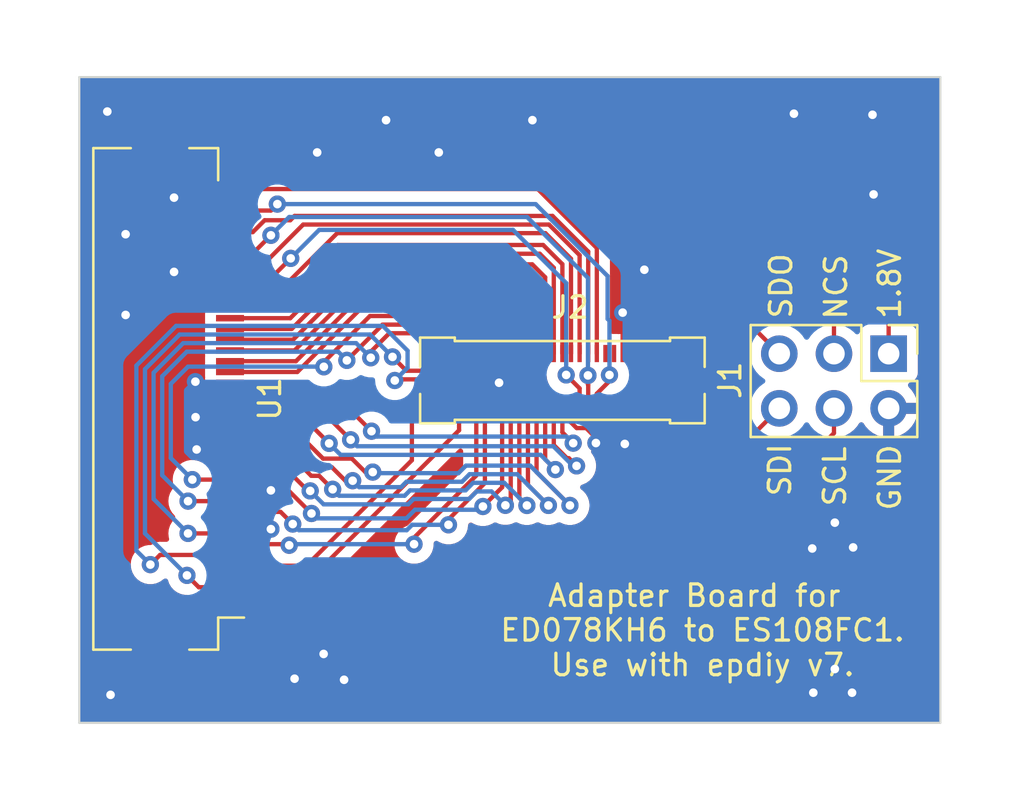
<source format=kicad_pcb>
(kicad_pcb (version 20221018) (generator pcbnew)
  (layers (0 "F.Cu" signal) (31 "B.Cu" signal) (34 "B.Paste" user) (35 "F.Paste" user) (36 "B.SilkS" user "B.Silkscreen") (37 "F.SilkS" user "F.Silkscreen") (38 "B.Mask" user) (39 "F.Mask" user) (44 "Edge.Cuts" user))
  (net 0 "")
  (net 1 "GND")
  (net 2 "/SPI_VDD")
  (net 3 "/SPI_SCL")
  (net 4 "/SPI_NCS")
  (net 5 "/SPI_SDI")
  (net 6 "/SPI_SDO")
  (net 7 "/VGL")
  (net 8 "/VGH")
  (net 9 "VDD")
  (net 10 "/MODE")
  (net 11 "/CKV")
  (net 12 "/SPV")
  (net 13 "/VCOM")
  (net 14 "/XCL")
  (net 15 "/D0")
  (net 16 "/D8")
  (net 17 "/D1")
  (net 18 "/D9")
  (net 19 "/D2")
  (net 20 "/D10")
  (net 21 "/D3")
  (net 22 "/D11")
  (net 23 "/D4")
  (net 24 "/D12")
  (net 25 "/D5")
  (net 26 "/D13")
  (net 27 "/D6")
  (net 28 "/D14")
  (net 29 "/D7")
  (net 30 "/D15")
  (net 31 "/XSTL")
  (net 32 "/XLE")
  (net 33 "/XOE")
  (net 34 "/TEST")
  (net 35 "/VPOS")
  (net 36 "/VNEG")
  (net 37 "/BRD")
  (footprint "epaper-breakout:Hirose_FH12-40S-0.5SH_mirrored" (layer "F.Cu") (at 19.2 23.95 -90)
    (fp_text reference "U1" (at 0 -3.7 -90) (layer "F.SilkS"))
    (fp_text value "ED078KH6")
    (fp_line (start -11.65 -1.3) (end -11.65 0.04) (stroke (width 0.12)) (layer "F.SilkS"))
    (fp_line (start -11.65 4.5) (end -11.65 2.76) (stroke (width 0.12)) (layer "F.SilkS"))
    (fp_line (start -10.16 -1.3) (end -11.65 -1.3) (stroke (width 0.12)) (layer "F.SilkS"))
    (fp_line (start 10.16 -1.3) (end 10.16 -2.5) (stroke (width 0.12)) (layer "F.SilkS"))
    (fp_line (start 10.16 -1.3) (end 11.65 -1.3) (stroke (width 0.12)) (layer "F.SilkS"))
    (fp_line (start 11.65 -1.3) (end 11.65 0.04) (stroke (width 0.12)) (layer "F.SilkS"))
    (fp_line (start 11.65 2.76) (end 11.65 4.5) (stroke (width 0.12)) (layer "F.SilkS"))
    (fp_line (start 11.65 4.5) (end -11.65 4.5) (stroke (width 0.12)) (layer "F.SilkS"))
    (pad "1" smd rect (at 9.75 -1.85 270) (size 0.3 1.3) (layers "F.Cu" "F.Paste" "F.Mask") (net 7 "/VGL"))
    (pad "2" smd rect (at 9.25 -1.85 270) (size 0.3 1.3) (layers "F.Cu" "F.Paste" "F.Mask"))
    (pad "3" smd rect (at 8.75 -1.85 270) (size 0.3 1.3) (layers "F.Cu" "F.Paste" "F.Mask") (net 8 "/VGH"))
    (pad "4" smd rect (at 8.25 -1.85 270) (size 0.3 1.3) (layers "F.Cu" "F.Paste" "F.Mask"))
    (pad "5" smd rect (at 7.75 -1.85 270) (size 0.3 1.3) (layers "F.Cu" "F.Paste" "F.Mask") (net 9 "VDD"))
    (pad "6" smd rect (at 7.25 -1.85 270) (size 0.3 1.3) (layers "F.Cu" "F.Paste" "F.Mask") (net 10 "/MODE"))
    (pad "7" smd rect (at 6.75 -1.85 270) (size 0.3 1.3) (layers "F.Cu" "F.Paste" "F.Mask") (net 11 "/CKV"))
    (pad "8" smd rect (at 6.25 -1.85 270) (size 0.3 1.3) (layers "F.Cu" "F.Paste" "F.Mask") (net 12 "/SPV"))
    (pad "9" smd rect (at 5.75 -1.85 270) (size 0.3 1.3) (layers "F.Cu" "F.Paste" "F.Mask") (net 1 "GND"))
    (pad "10" smd rect (at 5.25 -1.85 270) (size 0.3 1.3) (layers "F.Cu" "F.Paste" "F.Mask") (net 13 "/VCOM"))
    (pad "11" smd rect (at 4.75 -1.85 270) (size 0.3 1.3) (layers "F.Cu" "F.Paste" "F.Mask") (net 9 "VDD"))
    (pad "12" smd rect (at 4.25 -1.85 270) (size 0.3 1.3) (layers "F.Cu" "F.Paste" "F.Mask") (net 1 "GND"))
    (pad "13" smd rect (at 3.75 -1.85 270) (size 0.3 1.3) (layers "F.Cu" "F.Paste" "F.Mask") (net 14 "/XCL"))
    (pad "14" smd rect (at 3.25 -1.85 270) (size 0.3 1.3) (layers "F.Cu" "F.Paste" "F.Mask") (net 15 "/D0"))
    (pad "15" smd rect (at 2.75 -1.85 270) (size 0.3 1.3) (layers "F.Cu" "F.Paste" "F.Mask") (net 17 "/D1"))
    (pad "16" smd rect (at 2.25 -1.85 270) (size 0.3 1.3) (layers "F.Cu" "F.Paste" "F.Mask") (net 19 "/D2"))
    (pad "17" smd rect (at 1.75 -1.85 270) (size 0.3 1.3) (layers "F.Cu" "F.Paste" "F.Mask") (net 21 "/D3"))
    (pad "18" smd rect (at 1.25 -1.85 270) (size 0.3 1.3) (layers "F.Cu" "F.Paste" "F.Mask") (net 23 "/D4"))
    (pad "19" smd rect (at 0.75 -1.85 270) (size 0.3 1.3) (layers "F.Cu" "F.Paste" "F.Mask") (net 25 "/D5"))
    (pad "20" smd rect (at 0.25 -1.85 270) (size 0.3 1.3) (layers "F.Cu" "F.Paste" "F.Mask") (net 27 "/D6"))
    (pad "21" smd rect (at -0.25 -1.85 270) (size 0.3 1.3) (layers "F.Cu" "F.Paste" "F.Mask") (net 29 "/D7"))
    (pad "22" smd rect (at -0.75 -1.85 270) (size 0.3 1.3) (layers "F.Cu" "F.Paste" "F.Mask") (net 1 "GND"))
    (pad "23" smd rect (at -1.25 -1.85 270) (size 0.3 1.3) (layers "F.Cu" "F.Paste" "F.Mask") (net 16 "/D8"))
    (pad "24" smd rect (at -1.75 -1.85 270) (size 0.3 1.3) (layers "F.Cu" "F.Paste" "F.Mask") (net 18 "/D9"))
    (pad "25" smd rect (at -2.25 -1.85 270) (size 0.3 1.3) (layers "F.Cu" "F.Paste" "F.Mask") (net 20 "/D10"))
    (pad "26" smd rect (at -2.75 -1.85 270) (size 0.3 1.3) (layers "F.Cu" "F.Paste" "F.Mask") (net 22 "/D11"))
    (pad "27" smd rect (at -3.25 -1.85 270) (size 0.3 1.3) (layers "F.Cu" "F.Paste" "F.Mask") (net 24 "/D12"))
    (pad "28" smd rect (at -3.75 -1.85 270) (size 0.3 1.3) (layers "F.Cu" "F.Paste" "F.Mask") (net 26 "/D13"))
    (pad "29" smd rect (at -4.25 -1.85 270) (size 0.3 1.3) (layers "F.Cu" "F.Paste" "F.Mask") (net 28 "/D14"))
    (pad "30" smd rect (at -4.75 -1.85 270) (size 0.3 1.3) (layers "F.Cu" "F.Paste" "F.Mask") (net 30 "/D15"))
    (pad "31" smd rect (at -5.25 -1.85 270) (size 0.3 1.3) (layers "F.Cu" "F.Paste" "F.Mask") (net 31 "/XSTL"))
    (pad "32" smd rect (at -5.75 -1.85 270) (size 0.3 1.3) (layers "F.Cu" "F.Paste" "F.Mask") (net 32 "/XLE"))
    (pad "33" smd rect (at -6.25 -1.85 270) (size 0.3 1.3) (layers "F.Cu" "F.Paste" "F.Mask") (net 33 "/XOE"))
    (pad "34" smd rect (at -6.75 -1.85 270) (size 0.3 1.3) (layers "F.Cu" "F.Paste" "F.Mask") (net 34 "/TEST"))
    (pad "35" smd rect (at -7.25 -1.85 270) (size 0.3 1.3) (layers "F.Cu" "F.Paste" "F.Mask"))
    (pad "36" smd rect (at -7.75 -1.85 270) (size 0.3 1.3) (layers "F.Cu" "F.Paste" "F.Mask") (net 35 "/VPOS"))
    (pad "37" smd rect (at -8.25 -1.85 270) (size 0.3 1.3) (layers "F.Cu" "F.Paste" "F.Mask"))
    (pad "38" smd rect (at -8.75 -1.85 270) (size 0.3 1.3) (layers "F.Cu" "F.Paste" "F.Mask") (net 36 "/VNEG"))
    (pad "39" smd rect (at -9.25 -1.85 270) (size 0.3 1.3) (layers "F.Cu" "F.Paste" "F.Mask"))
    (pad "40" smd rect (at -9.75 -1.85 270) (size 0.3 1.3) (layers "F.Cu" "F.Paste" "F.Mask") (net 37 "/BRD"))
    (pad "MP" smd rect (at -11.65 1.4 270) (size 1.8 2.2) (layers "F.Cu" "F.Paste" "F.Mask"))
    (pad "MP" smd rect (at 11.65 1.4 270) (size 1.8 2.2) (layers "F.Cu" "F.Paste" "F.Mask"))
  )
  (footprint "epaper-breakout:ES108FC1" (layer "F.Cu") (at 36.492336 23.042336)
    (fp_text reference "J2" (at 0.357664 -3.342336) (layer "F.SilkS"))
    (fp_text value "ES108FC1")
    (fp_line (start -6.61 -1.94) (end -5 -1.94) (stroke (width 0.12)) (layer "F.SilkS"))
    (fp_line (start -6.61 -0.58) (end -6.61 -1.94) (stroke (width 0.12)) (layer "F.SilkS"))
    (fp_line (start -6.61 0.68) (end -6.61 2.04) (stroke (width 0.12)) (layer "F.SilkS"))
    (fp_line (start -6.61 2.04) (end -5 2.04) (stroke (width 0.12)) (layer "F.SilkS"))
    (fp_line (start -5 -1.94) (end -5 -1.78) (stroke (width 0.12)) (layer "F.SilkS"))
    (fp_line (start -5 -1.78) (end 5 -1.78) (stroke (width 0.12)) (layer "F.SilkS"))
    (fp_line (start -5 2.04) (end -5 1.88) (stroke (width 0.12)) (layer "F.SilkS"))
    (fp_line (start 5 -1.94) (end 5 -1.78) (stroke (width 0.12)) (layer "F.SilkS"))
    (fp_line (start 5 1.88) (end -5 1.88) (stroke (width 0.12)) (layer "F.SilkS"))
    (fp_line (start 5 2.04) (end 5 1.88) (stroke (width 0.12)) (layer "F.SilkS"))
    (fp_line (start 6.61 -1.94) (end 5 -1.94) (stroke (width 0.12)) (layer "F.SilkS"))
    (fp_line (start 6.61 -0.58) (end 6.61 -1.94) (stroke (width 0.12)) (layer "F.SilkS"))
    (fp_line (start 6.61 0.68) (end 6.61 2.04) (stroke (width 0.12)) (layer "F.SilkS"))
    (fp_line (start 6.61 2.04) (end 5 2.04) (stroke (width 0.12)) (layer "F.SilkS"))
    (pad "0" smd rect (at -5.8 -1.2) (size 0.9 1) (layers "F.Cu" "F.Paste" "F.Mask"))
    (pad "0" smd rect (at -5.8 1.3 180) (size 0.9 1) (layers "F.Cu" "F.Paste" "F.Mask"))
    (pad "0" smd rect (at 5.8 -1.2) (size 0.9 1) (layers "F.Cu" "F.Paste" "F.Mask"))
    (pad "0" smd rect (at 5.8 1.3 180) (size 0.9 1) (layers "F.Cu" "F.Paste" "F.Mask"))
    (pad "1" smd rect (at -4.8 1.3 180) (size 0.2 0.8) (layers "F.Cu" "F.Paste" "F.Mask") (net 7 "/VGL"))
    (pad "2" smd rect (at -4.8 -1.2) (size 0.2 0.8) (layers "F.Cu" "F.Paste" "F.Mask") (net 8 "/VGH"))
    (pad "3" smd rect (at -4.4 1.3 180) (size 0.2 0.8) (layers "F.Cu" "F.Paste" "F.Mask") (net 9 "VDD"))
    (pad "4" smd rect (at -4.4 -1.2) (size 0.2 0.8) (layers "F.Cu" "F.Paste" "F.Mask") (net 10 "/MODE"))
    (pad "5" smd rect (at -4 1.3 180) (size 0.2 0.8) (layers "F.Cu" "F.Paste" "F.Mask") (net 11 "/CKV"))
    (pad "6" smd rect (at -4 -1.2) (size 0.2 0.8) (layers "F.Cu" "F.Paste" "F.Mask") (net 12 "/SPV"))
    (pad "7" smd rect (at -3.6 1.3 180) (size 0.2 0.8) (layers "F.Cu" "F.Paste" "F.Mask") (net 13 "/VCOM"))
    (pad "8" smd rect (at -3.6 -1.2) (size 0.2 0.8) (layers "F.Cu" "F.Paste" "F.Mask") (net 9 "VDD"))
    (pad "9" smd rect (at -3.2 1.3 180) (size 0.2 0.8) (layers "F.Cu" "F.Paste" "F.Mask") (net 1 "GND"))
    (pad "10" smd rect (at -3.2 -1.2) (size 0.2 0.8) (layers "F.Cu" "F.Paste" "F.Mask") (net 14 "/XCL"))
    (pad "11" smd rect (at -2.8 1.3 180) (size 0.2 0.8) (layers "F.Cu" "F.Paste" "F.Mask") (net 15 "/D0"))
    (pad "12" smd rect (at -2.8 -1.2) (size 0.2 0.8) (layers "F.Cu" "F.Paste" "F.Mask") (net 16 "/D8"))
    (pad "13" smd rect (at -2.4 1.3 180) (size 0.2 0.8) (layers "F.Cu" "F.Paste" "F.Mask") (net 17 "/D1"))
    (pad "14" smd rect (at -2.4 -1.2) (size 0.2 0.8) (layers "F.Cu" "F.Paste" "F.Mask") (net 18 "/D9"))
    (pad "15" smd rect (at -2 1.3 180) (size 0.2 0.8) (layers "F.Cu" "F.Paste" "F.Mask") (net 19 "/D2"))
    (pad "16" smd rect (at -2 -1.2) (size 0.2 0.8) (layers "F.Cu" "F.Paste" "F.Mask") (net 20 "/D10"))
    (pad "17" smd rect (at -1.6 1.3 180) (size 0.2 0.8) (layers "F.Cu" "F.Paste" "F.Mask") (net 21 "/D3"))
    (pad "18" smd rect (at -1.6 -1.2) (size 0.2 0.8) (layers "F.Cu" "F.Paste" "F.Mask") (net 22 "/D11"))
    (pad "19" smd rect (at -1.2 1.3 180) (size 0.2 0.8) (layers "F.Cu" "F.Paste" "F.Mask") (net 23 "/D4"))
    (pad "20" smd rect (at -1.2 -1.2) (size 0.2 0.8) (layers "F.Cu" "F.Paste" "F.Mask") (net 24 "/D12"))
    (pad "21" smd rect (at -0.8 1.3 180) (size 0.2 0.8) (layers "F.Cu" "F.Paste" "F.Mask") (net 25 "/D5"))
    (pad "22" smd rect (at -0.8 -1.2) (size 0.2 0.8) (layers "F.Cu" "F.Paste" "F.Mask") (net 26 "/D13"))
    (pad "23" smd rect (at -0.4 1.3 180) (size 0.2 0.8) (layers "F.Cu" "F.Paste" "F.Mask") (net 27 "/D6"))
    (pad "24" smd rect (at -0.4 -1.2) (size 0.2 0.8) (layers "F.Cu" "F.Paste" "F.Mask") (net 28 "/D14"))
    (pad "25" smd rect (at 0 1.3 180) (size 0.2 0.8) (layers "F.Cu" "F.Paste" "F.Mask") (net 29 "/D7"))
    (pad "26" smd rect (at 0 -1.2) (size 0.2 0.8) (layers "F.Cu" "F.Paste" "F.Mask") (net 30 "/D15"))
    (pad "27" smd rect (at 0.4 1.3 180) (size 0.2 0.8) (layers "F.Cu" "F.Paste" "F.Mask") (net 1 "GND"))
    (pad "28" smd rect (at 0.4 -1.2) (size 0.2 0.8) (layers "F.Cu" "F.Paste" "F.Mask") (net 31 "/XSTL"))
    (pad "29" smd rect (at 0.8 1.3 180) (size 0.2 0.8) (layers "F.Cu" "F.Paste" "F.Mask") (net 32 "/XLE"))
    (pad "30" smd rect (at 0.8 -1.2) (size 0.2 0.8) (layers "F.Cu" "F.Paste" "F.Mask") (net 33 "/XOE"))
    (pad "31" smd rect (at 1.2 1.3 180) (size 0.2 0.8) (layers "F.Cu" "F.Paste" "F.Mask") (net 34 "/TEST"))
    (pad "32" smd rect (at 1.2 -1.2) (size 0.2 0.8) (layers "F.Cu" "F.Paste" "F.Mask") (net 35 "/VPOS"))
    (pad "33" smd rect (at 1.6 1.3 180) (size 0.2 0.8) (layers "F.Cu" "F.Paste" "F.Mask") (net 36 "/VNEG"))
    (pad "34" smd rect (at 1.6 -1.2) (size 0.2 0.8) (layers "F.Cu" "F.Paste" "F.Mask") (net 37 "/BRD"))
    (pad "35" smd rect (at 2 1.3 180) (size 0.2 0.8) (layers "F.Cu" "F.Paste" "F.Mask"))
    (pad "36" smd rect (at 2 -1.2) (size 0.2 0.8) (layers "F.Cu" "F.Paste" "F.Mask"))
    (pad "37" smd rect (at 2.4 1.3 180) (size 0.2 0.8) (layers "F.Cu" "F.Paste" "F.Mask"))
    (pad "38" smd rect (at 2.4 -1.2) (size 0.2 0.8) (layers "F.Cu" "F.Paste" "F.Mask"))
    (pad "39" smd rect (at 2.8 1.3 180) (size 0.2 0.8) (layers "F.Cu" "F.Paste" "F.Mask") (net 1 "GND"))
    (pad "40" smd rect (at 2.8 -1.2) (size 0.2 0.8) (layers "F.Cu" "F.Paste" "F.Mask") (net 1 "GND"))
    (pad "41" smd rect (at 3.2 1.3 180) (size 0.2 0.8) (layers "F.Cu" "F.Paste" "F.Mask"))
    (pad "42" smd rect (at 3.2 -1.2) (size 0.2 0.8) (layers "F.Cu" "F.Paste" "F.Mask"))
    (pad "43" smd rect (at 3.6 1.3 180) (size 0.2 0.8) (layers "F.Cu" "F.Paste" "F.Mask"))
    (pad "44" smd rect (at 3.6 -1.2) (size 0.2 0.8) (layers "F.Cu" "F.Paste" "F.Mask"))
    (pad "45" smd rect (at 4 1.3 180) (size 0.2 0.8) (layers "F.Cu" "F.Paste" "F.Mask") (net 1 "GND"))
    (pad "46" smd rect (at 4 -1.2) (size 0.2 0.8) (layers "F.Cu" "F.Paste" "F.Mask") (net 2 "/SPI_VDD"))
    (pad "47" smd rect (at 4.4 1.3 180) (size 0.2 0.8) (layers "F.Cu" "F.Paste" "F.Mask") (net 3 "/SPI_SCL"))
    (pad "48" smd rect (at 4.4 -1.2) (size 0.2 0.8) (layers "F.Cu" "F.Paste" "F.Mask") (net 4 "/SPI_NCS"))
    (pad "49" smd rect (at 4.8 1.3 180) (size 0.2 0.8) (layers "F.Cu" "F.Paste" "F.Mask") (net 5 "/SPI_SDI"))
    (pad "50" smd rect (at 4.8 -1.2) (size 0.2 0.8) (layers "F.Cu" "F.Paste" "F.Mask") (net 6 "/SPI_SDO"))
  )
  (footprint "Connector_PinHeader_2.54mm:PinHeader_2x03_P2.54mm_Vertical" (layer "F.Cu") (at 51.65 21.85 -90)
    (fp_text reference "J1" (at 1.232664 7.367336 -90) (layer "F.SilkS"))
    (fp_text value "Conn_02x03_Odd_Even")
    (fp_line (start -1.33 -1.33) (end 0 -1.33) (stroke (width 0.12)) (layer "F.SilkS"))
    (fp_line (start -1.33 0) (end -1.33 -1.33) (stroke (width 0.12)) (layer "F.SilkS"))
    (fp_line (start -1.33 1.27) (end -1.33 6.41) (stroke (width 0.12)) (layer "F.SilkS"))
    (fp_line (start -1.33 1.27) (end 1.27 1.27) (stroke (width 0.12)) (layer "F.SilkS"))
    (fp_line (start -1.33 6.41) (end 3.87 6.41) (stroke (width 0.12)) (layer "F.SilkS"))
    (fp_line (start 1.27 -1.33) (end 3.87 -1.33) (stroke (width 0.12)) (layer "F.SilkS"))
    (fp_line (start 1.27 1.27) (end 1.27 -1.33) (stroke (width 0.12)) (layer "F.SilkS"))
    (fp_line (start 3.87 -1.33) (end 3.87 6.41) (stroke (width 0.12)) (layer "F.SilkS"))
    (pad "1" thru_hole rect (at 0 0 270) (size 1.7 1.7) (drill 1) (layers "*.Cu" "*.Mask") (net 2 "/SPI_VDD"))
    (pad "2" thru_hole oval (at 2.54 0 270) (size 1.7 1.7) (drill 1) (layers "*.Cu" "*.Mask") (net 1 "GND"))
    (pad "3" thru_hole oval (at 0 2.54 270) (size 1.7 1.7) (drill 1) (layers "*.Cu" "*.Mask") (net 4 "/SPI_NCS"))
    (pad "4" thru_hole oval (at 2.54 2.54 270) (size 1.7 1.7) (drill 1) (layers "*.Cu" "*.Mask") (net 3 "/SPI_SCL"))
    (pad "5" thru_hole oval (at 0 5.08 270) (size 1.7 1.7) (drill 1) (layers "*.Cu" "*.Mask") (net 6 "/SPI_SDO"))
    (pad "6" thru_hole oval (at 2.54 5.08 270) (size 1.7 1.7) (drill 1) (layers "*.Cu" "*.Mask") (net 5 "/SPI_SDI"))
  )
  (gr_line (start 14.05 9) (end 54.05 9) (stroke (width 0.1)) (layer "Edge.Cuts"))
  (gr_line (start 54.05 9) (end 54.05 39) (stroke (width 0.1)) (layer "Edge.Cuts"))
  (gr_line (start 14.05 39) (end 14.05 9) (stroke (width 0.1)) (layer "Edge.Cuts"))
  (gr_line (start 54.05 39) (end 14.05 39) (stroke (width 0.1)) (layer "Edge.Cuts"))
  (gr_text "GND" (at 51.7 27.6 90) (layer "F.SilkS") (effects (font (size 1 1))))
  (gr_text "SDO\n" (at 46.65 18.7 90) (layer "F.SilkS") (effects (font (size 1 1))))
  (gr_text "SCL" (at 49.15 27.55 90) (layer "F.SilkS") (effects (font (size 1 1))))
  (gr_text "1.8V" (at 51.7 18.6 90) (layer "F.SilkS") (effects (font (size 1 1))))
  (gr_text "SDI" (at 46.6 27.25 90) (layer "F.SilkS") (effects (font (size 1 1))))
  (gr_text "NCS" (at 49.2 18.75 90) (layer "F.SilkS") (effects (font (size 1 1))))
  (gr_text "Adapter Board for \nED078KH6 to ES108FC1.\nUse with epdiy v7." (at 43 34.7) (layer "F.SilkS") (effects (font (size 1 1))))
  (segment (start 37.155378 25.305378) (end 37.594622 25.305378) (width 0.2) (layer "F.Cu") (net 1))
  (segment (start 21.05 29.7) (end 22.65 29.7) (width 0.2) (layer "F.Cu") (net 1))
  (segment (start 36.892336 25.042336) (end 37.155378 25.305378) (width 0.2) (layer "F.Cu") (net 1))
  (segment (start 21.05 28.2) (end 22.95 28.2) (width 0.2) (layer "F.Cu") (net 1))
  (segment (start 41.660965 26.942336) (end 51.082336 26.942336) (width 0.2) (layer "F.Cu") (net 1))
  (segment (start 40.492336 25.773708) (end 41.660965 26.942336) (width 0.2) (layer "F.Cu") (net 1))
  (segment (start 36.892336 24.342336) (end 36.892336 25.042336) (width 0.2) (layer "F.Cu") (net 1))
  (segment (start 38.05 25.760756) (end 38.05 26) (width 0.2) (layer "F.Cu") (net 1))
  (segment (start 37.594622 25.305378) (end 38.05 25.760756) (width 0.2) (layer "F.Cu") (net 1))
  (segment (start 51.082336 26.942336) (end 51.65 26.374672) (width 0.2) (layer "F.Cu") (net 1))
  (segment (start 33.292336 23.457664) (end 33.55 23.2) (width 0.2) (layer "F.Cu") (net 1))
  (segment (start 39.292336 25.942336) (end 39.392336 26.042336) (width 0.2) (layer "F.Cu") (net 1))
  (segment (start 22.65 29.7) (end 22.95 30) (width 0.2) (layer "F.Cu") (net 1))
  (segment (start 39.292336 21.842336) (end 39.292336 19.942336) (width 0.2) (layer "F.Cu") (net 1))
  (segment (start 19.492142 23.2) (end 19.441642 23.1495) (width 0.2) (layer "F.Cu") (net 1))
  (segment (start 39.292336 24.342336) (end 39.292336 25.942336) (width 0.2) (layer "F.Cu") (net 1))
  (segment (start 33.292336 24.342336) (end 33.292336 23.457664) (width 0.2) (layer "F.Cu") (net 1))
  (segment (start 21.05 23.2) (end 19.492142 23.2) (width 0.2) (layer "F.Cu") (net 1))
  (segment (start 40.492336 24.342336) (end 40.492336 25.773708) (width 0.2) (layer "F.Cu") (net 1))
  (segment (start 51.65 26.374672) (end 51.65 24.39) (width 0.2) (layer "F.Cu") (net 1))
  (via (at 49.15 29.7) (size 0.8) (drill 0.4) (layers "F.Cu" "B.Cu") (net 1))
  (via (at 39.392336 26.042336) (size 0.8) (drill 0.4) (layers "F.Cu" "B.Cu") (net 1))
  (via (at 22.95 28.2) (size 0.8) (drill 0.4) (layers "F.Cu" "B.Cu") (net 1))
  (via (at 19.441642 23.1495) (size 0.8) (drill 0.4) (layers "F.Cu" "B.Cu") (net 1))
  (via (at 15.35 10.6) (size 0.8) (drill 0.4) (layers "F.Cu" "B.Cu") (net 1))
  (via (at 25.4 35.8) (size 0.8) (drill 0.4) (layers "F.Cu" "B.Cu") (net 1))
  (via (at 48.15 37.6) (size 0.8) (drill 0.4) (layers "F.Cu" "B.Cu") (net 1))
  (via (at 16.2 16.3) (size 0.8) (drill 0.4) (layers "F.Cu" "B.Cu") (net 1))
  (via (at 19.45 24.8) (size 0.8) (drill 0.4) (layers "F.Cu" "B.Cu") (net 1))
  (via (at 18.45 18.05) (size 0.8) (drill 0.4) (layers "F.Cu" "B.Cu") (net 1))
  (via (at 35.1 11) (size 0.8) (drill 0.4) (layers "F.Cu" "B.Cu") (net 1))
  (via (at 40.3 17.95) (size 0.8) (drill 0.4) (layers "F.Cu" "B.Cu") (net 1))
  (via (at 48.1 30.9) (size 0.8) (drill 0.4) (layers "F.Cu" "B.Cu") (net 1))
  (via (at 16.2 20.05) (size 0.8) (drill 0.4) (layers "F.Cu" "B.Cu") (net 1))
  (via (at 28.3 11) (size 0.8) (drill 0.4) (layers "F.Cu" "B.Cu") (net 1))
  (via (at 15.5 37.7) (size 0.8) (drill 0.4) (layers "F.Cu" "B.Cu") (net 1))
  (via (at 30.75 12.5) (size 0.8) (drill 0.4) (layers "F.Cu" "B.Cu") (net 1))
  (via (at 18.45 14.6) (size 0.8) (drill 0.4) (layers "F.Cu" "B.Cu") (net 1))
  (via (at 49.15 36.5) (size 0.8) (drill 0.4) (layers "F.Cu" "B.Cu") (net 1))
  (via (at 50.9 10.75) (size 0.8) (drill 0.4) (layers "F.Cu" "B.Cu") (net 1))
  (via (at 50.95 14.45) (size 0.8) (drill 0.4) (layers "F.Cu" "B.Cu") (net 1))
  (via (at 39.292336 19.942336) (size 0.8) (drill 0.4) (layers "F.Cu" "B.Cu") (net 1))
  (via (at 22.95 30) (size 0.8) (drill 0.4) (layers "F.Cu" "B.Cu") (net 1))
  (via (at 26.35 37) (size 0.8) (drill 0.4) (layers "F.Cu" "B.Cu") (net 1))
  (via (at 19.5 26.3) (size 0.8) (drill 0.4) (layers "F.Cu" "B.Cu") (net 1))
  (via (at 50 30.85) (size 0.8) (drill 0.4) (layers "F.Cu" "B.Cu") (net 1))
  (via (at 38.05 26) (size 0.8) (drill 0.4) (layers "F.Cu" "B.Cu") (net 1))
  (via (at 49.95 37.6) (size 0.8) (drill 0.4) (layers "F.Cu" "B.Cu") (net 1))
  (via (at 25.1 12.5) (size 0.8) (drill 0.4) (layers "F.Cu" "B.Cu") (net 1))
  (via (at 33.55 23.2) (size 0.8) (drill 0.4) (layers "F.Cu" "B.Cu") (net 1))
  (via (at 47.25 10.7) (size 0.8) (drill 0.4) (layers "F.Cu" "B.Cu") (net 1))
  (via (at 24.05 36.95) (size 0.8) (drill 0.4) (layers "F.Cu" "B.Cu") (net 1))
  (segment (start 41.660965 19.242336) (end 50.992336 19.242336) (width 0.2) (layer "F.Cu") (net 2))
  (segment (start 40.492336 21.842336) (end 40.492336 20.410964) (width 0.2) (layer "F.Cu") (net 2))
  (segment (start 50.992336 19.242336) (end 51.65 19.9) (width 0.2) (layer "F.Cu") (net 2))
  (segment (start 51.65 19.9) (end 51.65 21.85) (width 0.2) (layer "F.Cu") (net 2))
  (segment (start 40.492336 20.410964) (end 41.660965 19.242336) (width 0.2) (layer "F.Cu") (net 2))
  (segment (start 48.107664 26.542336) (end 49.11 25.54) (width 0.2) (layer "F.Cu") (net 3))
  (segment (start 40.892336 24.342336) (end 40.892336 25.608022) (width 0.2) (layer "F.Cu") (net 3))
  (segment (start 40.892336 25.608022) (end 41.826651 26.542336) (width 0.2) (layer "F.Cu") (net 3))
  (segment (start 49.11 25.54) (end 49.11 24.39) (width 0.2) (layer "F.Cu") (net 3))
  (segment (start 41.826651 26.542336) (end 48.107664 26.542336) (width 0.2) (layer "F.Cu") (net 3))
  (segment (start 49.11 20.51) (end 49.11 21.85) (width 0.2) (layer "F.Cu") (net 4))
  (segment (start 40.892336 20.57665) (end 41.826651 19.642336) (width 0.2) (layer "F.Cu") (net 4))
  (segment (start 40.892336 21.842336) (end 40.892336 20.57665) (width 0.2) (layer "F.Cu") (net 4))
  (segment (start 41.826651 19.642336) (end 48.242336 19.642336) (width 0.2) (layer "F.Cu") (net 4))
  (segment (start 48.242336 19.642336) (end 49.11 20.51) (width 0.2) (layer "F.Cu") (net 4))
  (segment (start 41.292336 24.342336) (end 41.292336 25.442336) (width 0.2) (layer "F.Cu") (net 5))
  (segment (start 44.817664 26.142336) (end 46.57 24.39) (width 0.2) (layer "F.Cu") (net 5))
  (segment (start 41.992336 26.142336) (end 44.817664 26.142336) (width 0.2) (layer "F.Cu") (net 5))
  (segment (start 41.292336 25.442336) (end 41.992336 26.142336) (width 0.2) (layer "F.Cu") (net 5))
  (segment (start 44.762336 20.042336) (end 46.57 21.85) (width 0.2) (layer "F.Cu") (net 6))
  (segment (start 41.992336 20.042336) (end 44.762336 20.042336) (width 0.2) (layer "F.Cu") (net 6))
  (segment (start 41.292336 21.842336) (end 41.292336 20.742336) (width 0.2) (layer "F.Cu") (net 6))
  (segment (start 41.292336 20.742336) (end 41.992336 20.042336) (width 0.2) (layer "F.Cu") (net 6))
  (segment (start 31.692336 24.342336) (end 31.692336 25.407664) (width 0.2) (layer "F.Cu") (net 7))
  (segment (start 31.692336 25.407664) (end 23.4 33.7) (width 0.2) (layer "F.Cu") (net 7))
  (segment (start 23.4 33.7) (end 21.05 33.7) (width 0.2) (layer "F.Cu") (net 7))
  (segment (start 29.242336 22.642336) (end 28.6 22) (width 0.2) (layer "F.Cu") (net 8))
  (segment (start 31.692336 21.842336) (end 31.692336 22.407664) (width 0.2) (layer "F.Cu") (net 8))
  (segment (start 19.6 32.7) (end 21.05 32.7) (width 0.2) (layer "F.Cu") (net 8))
  (segment (start 19.05 32.15) (end 19.6 32.7) (width 0.2) (layer "F.Cu") (net 8))
  (segment (start 31.692336 22.407664) (end 31.457663 22.642336) (width 0.2) (layer "F.Cu") (net 8))
  (segment (start 31.457663 22.642336) (end 29.242336 22.642336) (width 0.2) (layer "F.Cu") (net 8))
  (via (at 19.05 32.15) (size 0.8) (drill 0.4) (layers "F.Cu" "B.Cu") (net 8))
  (via (at 28.6 22) (size 0.8) (drill 0.4) (layers "F.Cu" "B.Cu") (net 8))
  (segment (start 17.1 22.568628) (end 17.1 30.2) (width 0.2) (layer "B.Cu") (net 8))
  (segment (start 28.6 22) (end 27.558837 20.958837) (width 0.2) (layer "B.Cu") (net 8))
  (segment (start 17.1 30.2) (end 19.05 32.15) (width 0.2) (layer "B.Cu") (net 8))
  (segment (start 18.709791 20.958837) (end 17.1 22.568628) (width 0.2) (layer "B.Cu") (net 8))
  (segment (start 27.558837 20.958837) (end 18.709791 20.958837) (width 0.2) (layer "B.Cu") (net 8))
  (segment (start 29.5 26.8) (end 29.5 24) (width 0.2) (layer "F.Cu") (net 9))
  (segment (start 32.892336 22.407664) (end 32.892336 21.842336) (width 0.2) (layer "F.Cu") (net 9))
  (segment (start 30.057664 23.442336) (end 32.092336 23.442336) (width 0.2) (layer "F.Cu") (net 9))
  (segment (start 32.092336 24.342336) (end 32.092336 23.442336) (width 0.2) (layer "F.Cu") (net 9))
  (segment (start 28.139244 20.5) (end 26.479003 22.160241) (width 0.2) (layer "F.Cu") (net 9))
  (segment (start 32.892336 20.7) (end 32.692336 20.5) (width 0.2) (layer "F.Cu") (net 9))
  (segment (start 24.6 31.7) (end 29.5 26.8) (width 0.2) (layer "F.Cu") (net 9))
  (segment (start 32.092336 23.442336) (end 32.092336 23.207664) (width 0.2) (layer "F.Cu") (net 9))
  (segment (start 32.092336 23.207664) (end 32.892336 22.407664) (width 0.2) (layer "F.Cu") (net 9))
  (segment (start 29.5 24) (end 30.057664 23.442336) (width 0.2) (layer "F.Cu") (net 9))
  (segment (start 32.692336 20.5) (end 28.139244 20.5) (width 0.2) (layer "F.Cu") (net 9))
  (segment (start 21.05 31.7) (end 24.6 31.7) (width 0.2) (layer "F.Cu") (net 9))
  (segment (start 32.892336 21.842336) (end 32.892336 20.7) (width 0.2) (layer "F.Cu") (net 9))
  (segment (start 19.1 28.7) (end 21.05 28.7) (width 0.2) (layer "F.Cu") (net 9))
  (via (at 26.479003 22.160241) (size 0.8) (drill 0.4) (layers "F.Cu" "B.Cu") (net 9))
  (via (at 19.1 28.7) (size 0.8) (drill 0.4) (layers "F.Cu" "B.Cu") (net 9))
  (segment (start 19.041163 21.758837) (end 17.9 22.9) (width 0.2) (layer "B.Cu") (net 9))
  (segment (start 26.479003 22.160241) (end 26.077599 21.758837) (width 0.2) (layer "B.Cu") (net 9))
  (segment (start 17.9 22.9) (end 17.9 27.5) (width 0.2) (layer "B.Cu") (net 9))
  (segment (start 25.091163 21.758837) (end 19.041163 21.758837) (width 0.2) (layer "B.Cu") (net 9))
  (segment (start 26.077599 21.758837) (end 25.091163 21.758837) (width 0.2) (layer "B.Cu") (net 9))
  (segment (start 17.9 27.5) (end 19.1 28.7) (width 0.2) (layer "B.Cu") (net 9))
  (segment (start 21.05 31.2) (end 17.8 31.2) (width 0.2) (layer "F.Cu") (net 10))
  (segment (start 32.092335 22.57335) (end 31.623348 23.042336) (width 0.2) (layer "F.Cu") (net 10))
  (segment (start 28.757664 23.042336) (end 28.705378 23.094622) (width 0.2) (layer "F.Cu") (net 10))
  (segment (start 31.623348 23.042336) (end 28.757664 23.042336) (width 0.2) (layer "F.Cu") (net 10))
  (segment (start 17.8 31.2) (end 17.35 31.65) (width 0.2) (layer "F.Cu") (net 10))
  (segment (start 32.092336 21.842336) (end 32.092335 22.57335) (width 0.2) (layer "F.Cu") (net 10))
  (via (at 17.35 31.65) (size 0.8) (drill 0.4) (layers "F.Cu" "B.Cu") (net 10))
  (via (at 28.705378 23.094622) (size 0.8) (drill 0.4) (layers "F.Cu" "B.Cu") (net 10))
  (segment (start 16.7 22.402943) (end 16.7 31) (width 0.2) (layer "B.Cu") (net 10))
  (segment (start 28.148787 20.558837) (end 18.544105 20.558837) (width 0.2) (layer "B.Cu") (net 10))
  (segment (start 29.3 22.5) (end 29.3 21.71005) (width 0.2) (layer "B.Cu") (net 10))
  (segment (start 29.3 21.71005) (end 28.148787 20.558837) (width 0.2) (layer "B.Cu") (net 10))
  (segment (start 16.7 31) (end 17.35 31.65) (width 0.2) (layer "B.Cu") (net 10))
  (segment (start 28.705378 23.094622) (end 29.3 22.5) (width 0.2) (layer "B.Cu") (net 10))
  (segment (start 18.544105 20.558837) (end 16.7 22.402943) (width 0.2) (layer "B.Cu") (net 10))
  (segment (start 29.9 30.1) (end 29.6 30.4) (width 0.2) (layer "F.Cu") (net 11))
  (segment (start 23.8 30.75) (end 23.75 30.7) (width 0.2) (layer "F.Cu") (net 11))
  (segment (start 29.6 30.4) (end 29.6 30.7) (width 0.2) (layer "F.Cu") (net 11))
  (segment (start 32.492336 24.342336) (end 32.492336 27.507664) (width 0.2) (layer "F.Cu") (net 11))
  (segment (start 32.492336 27.507664) (end 29.9 30.1) (width 0.2) (layer "F.Cu") (net 11))
  (segment (start 23.75 30.7) (end 21.05 30.7) (width 0.2) (layer "F.Cu") (net 11))
  (via (at 29.6 30.7) (size 0.8) (drill 0.4) (layers "F.Cu" "B.Cu") (net 11))
  (via (at 23.8 30.75) (size 0.8) (drill 0.4) (layers "F.Cu" "B.Cu") (net 11))
  (segment (start 29.6 30.7) (end 23.85 30.7) (width 0.2) (layer "B.Cu") (net 11))
  (segment (start 23.85 30.7) (end 23.8 30.75) (width 0.2) (layer "B.Cu") (net 11))
  (segment (start 28.45 20.9) (end 27.589244 21.760756) (width 0.2) (layer "F.Cu") (net 12))
  (segment (start 32.492336 21.242336) (end 32.15 20.9) (width 0.2) (layer "F.Cu") (net 12))
  (segment (start 32.15 20.9) (end 28.45 20.9) (width 0.2) (layer "F.Cu") (net 12))
  (segment (start 19.1 30.2) (end 21.05 30.2) (width 0.2) (layer "F.Cu") (net 12))
  (segment (start 27.589244 21.760756) (end 27.589244 22.039244) (width 0.2) (layer "F.Cu") (net 12))
  (segment (start 32.492336 21.842336) (end 32.492336 21.242336) (width 0.2) (layer "F.Cu") (net 12))
  (via (at 19.1 30.2) (size 0.8) (drill 0.4) (layers "F.Cu" "B.Cu") (net 12))
  (via (at 27.589244 22.039244) (size 0.8) (drill 0.4) (layers "F.Cu" "B.Cu") (net 12))
  (segment (start 18.875477 21.358837) (end 17.5 22.734314) (width 0.2) (layer "B.Cu") (net 12))
  (segment (start 26.908837 21.358837) (end 18.875477 21.358837) (width 0.2) (layer "B.Cu") (net 12))
  (segment (start 17.5 28.6) (end 19.1 30.2) (width 0.2) (layer "B.Cu") (net 12))
  (segment (start 27.589244 22.039244) (end 26.908837 21.358837) (width 0.2) (layer "B.Cu") (net 12))
  (segment (start 17.5 22.734314) (end 17.5 28.6) (width 0.2) (layer "B.Cu") (net 12))
  (segment (start 31.2 29.55) (end 31.2 29.7995) (width 0.2) (layer "F.Cu") (net 13))
  (segment (start 23.40022 29.2) (end 21.05 29.2) (width 0.2) (layer "F.Cu") (net 13))
  (segment (start 32.892336 24.342336) (end 32.892336 27.857664) (width 0.2) (layer "F.Cu") (net 13))
  (segment (start 32.892336 27.857664) (end 31.2 29.55) (width 0.2) (layer "F.Cu") (net 13))
  (segment (start 23.964317 29.764097) (end 23.40022 29.2) (width 0.2) (layer "F.Cu") (net 13))
  (via (at 31.2 29.7995) (size 0.8) (drill 0.4) (layers "F.Cu" "B.Cu") (net 13))
  (via (at 23.964317 29.764097) (size 0.8) (drill 0.4) (layers "F.Cu" "B.Cu") (net 13))
  (segment (start 23.964317 29.764097) (end 24.25022 30.05) (width 0.2) (layer "B.Cu") (net 13))
  (segment (start 24.25022 30.05) (end 29.26005 30.05) (width 0.2) (layer "B.Cu") (net 13))
  (segment (start 29.26005 30.05) (end 29.51055 29.7995) (width 0.2) (layer "B.Cu") (net 13))
  (segment (start 29.51055 29.7995) (end 31.2 29.7995) (width 0.2) (layer "B.Cu") (net 13))
  (segment (start 33.292336 21.842336) (end 33.292336 20.308022) (width 0.2) (layer "F.Cu") (net 14))
  (segment (start 33.292336 20.308022) (end 33.092157 20.107843) (width 0.2) (layer "F.Cu") (net 14))
  (segment (start 33.092157 20.107843) (end 33.084314 20.1) (width 0.2) (layer "F.Cu") (net 14))
  (segment (start 33.084314 20.1) (end 27.55 20.1) (width 0.2) (layer "F.Cu") (net 14))
  (segment (start 19.3 27.7) (end 21.05 27.7) (width 0.2) (layer "F.Cu") (net 14))
  (segment (start 25.408837 22.241163) (end 25.408837 22.458837) (width 0.2) (layer "F.Cu") (net 14))
  (segment (start 27.55 20.1) (end 25.408837 22.241163) (width 0.2) (layer "F.Cu") (net 14))
  (via (at 19.3 27.7) (size 0.8) (drill 0.4) (layers "F.Cu" "B.Cu") (net 14))
  (via (at 25.408837 22.458837) (size 0.8) (drill 0.4) (layers "F.Cu" "B.Cu") (net 14))
  (segment (start 25.4 22.45) (end 19.3 22.45) (width 0.2) (layer "B.Cu") (net 14))
  (segment (start 19.1 22.45) (end 18.3 23.25) (width 0.2) (layer "B.Cu") (net 14))
  (segment (start 25.408837 22.458837) (end 25.4 22.45) (width 0.2) (layer "B.Cu") (net 14))
  (segment (start 19.3 22.45) (end 19.1 22.45) (width 0.2) (layer "B.Cu") (net 14))
  (segment (start 18.3 23.25) (end 18.3 26.7) (width 0.2) (layer "B.Cu") (net 14))
  (segment (start 18.3 26.7) (end 19.3 27.7) (width 0.2) (layer "B.Cu") (net 14))
  (segment (start 24.835319 29.273832) (end 23.65 28.088513) (width 0.2) (layer "F.Cu") (net 15))
  (segment (start 23.65 27.91005) (end 22.93995 27.2) (width 0.2) (layer "F.Cu") (net 15))
  (segment (start 23.65 28.088513) (end 23.65 27.91005) (width 0.2) (layer "F.Cu") (net 15))
  (segment (start 33.692336 28.057164) (end 33.692336 24.342336) (width 0.2) (layer "F.Cu") (net 15))
  (segment (start 32.8 28.9495) (end 33.692336 28.057164) (width 0.2) (layer "F.Cu") (net 15))
  (segment (start 22.93995 27.2) (end 21.05 27.2) (width 0.2) (layer "F.Cu") (net 15))
  (via (at 32.8 28.9495) (size 0.8) (drill 0.4) (layers "F.Cu" "B.Cu") (net 15))
  (via (at 24.835319 29.273832) (size 0.8) (drill 0.4) (layers "F.Cu" "B.Cu") (net 15))
  (segment (start 24.835319 29.273832) (end 25.061487 29.5) (width 0.2) (layer "B.Cu") (net 15))
  (segment (start 29.644364 29.1) (end 32.6495 29.1) (width 0.2) (layer "B.Cu") (net 15))
  (segment (start 29.244364 29.5) (end 29.644364 29.1) (width 0.2) (layer "B.Cu") (net 15))
  (segment (start 32.6495 29.1) (end 32.8 28.9495) (width 0.2) (layer "B.Cu") (net 15))
  (segment (start 25.061487 29.5) (end 29.244364 29.5) (width 0.2) (layer "B.Cu") (net 15))
  (segment (start 33.25 19.7) (end 27.17843 19.7) (width 0.2) (layer "F.Cu") (net 16))
  (segment (start 27.17843 19.7) (end 24.17843 22.7) (width 0.2) (layer "F.Cu") (net 16))
  (segment (start 33.692336 20.142336) (end 33.25 19.7) (width 0.2) (layer "F.Cu") (net 16))
  (segment (start 24.17843 22.7) (end 21.05 22.7) (width 0.2) (layer "F.Cu") (net 16))
  (segment (start 33.692336 21.842336) (end 33.692336 20.142336) (width 0.2) (layer "F.Cu") (net 16))
  (segment (start 34.092336 28.646408) (end 34.092336 24.342336) (width 0.2) (layer "F.Cu") (net 17))
  (segment (start 23.15 26.7) (end 21.05 26.7) (width 0.2) (layer "F.Cu") (net 17))
  (segment (start 24.674635 28.224635) (end 23.15 26.7) (width 0.2) (layer "F.Cu") (net 17))
  (segment (start 24.775365 28.224635) (end 24.674635 28.224635) (width 0.2) (layer "F.Cu") (net 17))
  (segment (start 33.844372 28.894372) (end 34.092336 28.646408) (width 0.2) (layer "F.Cu") (net 17))
  (via (at 24.775365 28.224635) (size 0.8) (drill 0.4) (layers "F.Cu" "B.Cu") (net 17))
  (via (at 33.844372 28.894372) (size 0.8) (drill 0.4) (layers "F.Cu" "B.Cu") (net 17))
  (segment (start 29.328678 28.85) (end 29.578678 28.6) (width 0.2) (layer "B.Cu") (net 17))
  (segment (start 25.40073 28.85) (end 29.328678 28.85) (width 0.2) (layer "B.Cu") (net 17))
  (segment (start 24.775365 28.224635) (end 25.40073 28.85) (width 0.2) (layer "B.Cu") (net 17))
  (segment (start 29.578678 28.6) (end 32.15955 28.6) (width 0.2) (layer "B.Cu") (net 17))
  (segment (start 32.15955 28.6) (end 32.51005 28.2495) (width 0.2) (layer "B.Cu") (net 17))
  (segment (start 33.1995 28.2495) (end 33.844372 28.894372) (width 0.2) (layer "B.Cu") (net 17))
  (segment (start 32.51005 28.2495) (end 33.1995 28.2495) (width 0.2) (layer "B.Cu") (net 17))
  (segment (start 33.6 19.3) (end 27.012744 19.3) (width 0.2) (layer "F.Cu") (net 18))
  (segment (start 27.012744 19.3) (end 24.112744 22.2) (width 0.2) (layer "F.Cu") (net 18))
  (segment (start 24.112744 22.2) (end 21.05 22.2) (width 0.2) (layer "F.Cu") (net 18))
  (segment (start 34.092336 19.792336) (end 33.6 19.3) (width 0.2) (layer "F.Cu") (net 18))
  (segment (start 34.092336 21.842336) (end 34.092336 19.792336) (width 0.2) (layer "F.Cu") (net 18))
  (segment (start 34.84385 28.901354) (end 34.492336 28.54984) (width 0.2) (layer "F.Cu") (net 19))
  (segment (start 24.824635 27.524635) (end 23.5 26.2) (width 0.2) (layer "F.Cu") (net 19))
  (segment (start 25.818754 28.1505) (end 25.192889 27.524635) (width 0.2) (layer "F.Cu") (net 19))
  (segment (start 23.5 26.2) (end 21.05 26.2) (width 0.2) (layer "F.Cu") (net 19))
  (segment (start 34.492336 28.54984) (end 34.492336 24.342336) (width 0.2) (layer "F.Cu") (net 19))
  (segment (start 25.192889 27.524635) (end 24.824635 27.524635) (width 0.2) (layer "F.Cu") (net 19))
  (via (at 25.818754 28.1505) (size 0.8) (drill 0.4) (layers "F.Cu" "B.Cu") (net 19))
  (via (at 34.84385 28.901354) (size 0.8) (drill 0.4) (layers "F.Cu" "B.Cu") (net 19))
  (segment (start 32.344365 27.8495) (end 33.791996 27.8495) (width 0.2) (layer "B.Cu") (net 19))
  (segment (start 26.118254 28.45) (end 29.162992 28.45) (width 0.2) (layer "B.Cu") (net 19))
  (segment (start 29.162992 28.45) (end 29.412993 28.2) (width 0.2) (layer "B.Cu") (net 19))
  (segment (start 31.993865 28.2) (end 32.344365 27.8495) (width 0.2) (layer "B.Cu") (net 19))
  (segment (start 33.791996 27.8495) (end 34.84385 28.901354) (width 0.2) (layer "B.Cu") (net 19))
  (segment (start 29.412993 28.2) (end 31.993865 28.2) (width 0.2) (layer "B.Cu") (net 19))
  (segment (start 25.818754 28.1505) (end 26.118254 28.45) (width 0.2) (layer "B.Cu") (net 19))
  (segment (start 34.492336 21.842336) (end 34.492336 19.458022) (width 0.2) (layer "F.Cu") (net 20))
  (segment (start 33.934314 18.9) (end 26.847058 18.9) (width 0.2) (layer "F.Cu") (net 20))
  (segment (start 24.047058 21.7) (end 21.05 21.7) (width 0.2) (layer "F.Cu") (net 20))
  (segment (start 34.492336 19.458022) (end 33.934314 18.9) (width 0.2) (layer "F.Cu") (net 20))
  (segment (start 26.847058 18.9) (end 24.047058 21.7) (width 0.2) (layer "F.Cu") (net 20))
  (segment (start 25.782839 27.124635) (end 25.186301 27.124635) (width 0.2) (layer "F.Cu") (net 21))
  (segment (start 35.843351 28.899564) (end 34.892336 27.948549) (width 0.2) (layer "F.Cu") (net 21))
  (segment (start 26.748439 27.7505) (end 26.408704 27.7505) (width 0.2) (layer "F.Cu") (net 21))
  (segment (start 34.892336 27.948549) (end 34.892336 24.342336) (width 0.2) (layer "F.Cu") (net 21))
  (segment (start 25.186301 27.124635) (end 23.761666 25.7) (width 0.2) (layer "F.Cu") (net 21))
  (segment (start 23.761666 25.7) (end 21.05 25.7) (width 0.2) (layer "F.Cu") (net 21))
  (segment (start 26.408704 27.7505) (end 25.782839 27.124635) (width 0.2) (layer "F.Cu") (net 21))
  (via (at 35.843351 28.899564) (size 0.8) (drill 0.4) (layers "F.Cu" "B.Cu") (net 21))
  (via (at 26.748439 27.7505) (size 0.8) (drill 0.4) (layers "F.Cu" "B.Cu") (net 21))
  (segment (start 28.997307 28.05) (end 29.247308 27.8) (width 0.2) (layer "B.Cu") (net 21))
  (segment (start 32.17868 27.4495) (end 34.393287 27.4495) (width 0.2) (layer "B.Cu") (net 21))
  (segment (start 27.047939 28.05) (end 28.997307 28.05) (width 0.2) (layer "B.Cu") (net 21))
  (segment (start 29.247308 27.8) (end 31.828179 27.8) (width 0.2) (layer "B.Cu") (net 21))
  (segment (start 31.828179 27.8) (end 32.17868 27.4495) (width 0.2) (layer "B.Cu") (net 21))
  (segment (start 34.393287 27.4495) (end 35.843351 28.899564) (width 0.2) (layer "B.Cu") (net 21))
  (segment (start 26.748439 27.7505) (end 27.047939 28.05) (width 0.2) (layer "B.Cu") (net 21))
  (segment (start 26.681372 18.5) (end 23.981372 21.2) (width 0.2) (layer "F.Cu") (net 22))
  (segment (start 34.892336 19.292336) (end 34.1 18.5) (width 0.2) (layer "F.Cu") (net 22))
  (segment (start 34.892336 21.842336) (end 34.892336 19.292336) (width 0.2) (layer "F.Cu") (net 22))
  (segment (start 23.981372 21.2) (end 21.05 21.2) (width 0.2) (layer "F.Cu") (net 22))
  (segment (start 34.1 18.5) (end 26.681372 18.5) (width 0.2) (layer "F.Cu") (net 22))
  (segment (start 36.842853 28.900104) (end 35.292336 27.349587) (width 0.2) (layer "F.Cu") (net 23))
  (segment (start 27.338389 27.3505) (end 26.712524 26.724635) (width 0.2) (layer "F.Cu") (net 23))
  (segment (start 26.712524 26.724635) (end 25.374635 26.724635) (width 0.2) (layer "F.Cu") (net 23))
  (segment (start 35.292336 27.349587) (end 35.292336 24.342336) (width 0.2) (layer "F.Cu") (net 23))
  (segment (start 27.681368 27.3505) (end 27.338389 27.3505) (width 0.2) (layer "F.Cu") (net 23))
  (segment (start 25.374635 26.724635) (end 23.85 25.2) (width 0.2) (layer "F.Cu") (net 23))
  (segment (start 23.85 25.2) (end 21.05 25.2) (width 0.2) (layer "F.Cu") (net 23))
  (via (at 36.842853 28.900104) (size 0.8) (drill 0.4) (layers "F.Cu" "B.Cu") (net 23))
  (via (at 27.681368 27.3505) (size 0.8) (drill 0.4) (layers "F.Cu" "B.Cu") (net 23))
  (segment (start 27.681368 27.3505) (end 27.730868 27.4) (width 0.2) (layer "B.Cu") (net 23))
  (segment (start 32.012995 27.0495) (end 34.992249 27.0495) (width 0.2) (layer "B.Cu") (net 23))
  (segment (start 31.662494 27.4) (end 32.012995 27.0495) (width 0.2) (layer "B.Cu") (net 23))
  (segment (start 34.992249 27.0495) (end 36.842853 28.900104) (width 0.2) (layer "B.Cu") (net 23))
  (segment (start 27.730868 27.4) (end 31.662494 27.4) (width 0.2) (layer "B.Cu") (net 23))
  (segment (start 34.35 18.1) (end 26.515686 18.1) (width 0.2) (layer "F.Cu") (net 24))
  (segment (start 35.292336 21.842336) (end 35.292336 19.042336) (width 0.2) (layer "F.Cu") (net 24))
  (segment (start 23.915685 20.7) (end 21.05 20.7) (width 0.2) (layer "F.Cu") (net 24))
  (segment (start 35.292336 19.042336) (end 34.35 18.1) (width 0.2) (layer "F.Cu") (net 24))
  (segment (start 26.515686 18.1) (end 23.915685 20.7) (width 0.2) (layer "F.Cu") (net 24))
  (segment (start 24.339244 24.7) (end 21.05 24.7) (width 0.2) (layer "F.Cu") (net 25))
  (segment (start 36.165996 27.234004) (end 35.692336 26.760344) (width 0.2) (layer "F.Cu") (net 25))
  (segment (start 35.692336 26.760344) (end 35.692336 24.342336) (width 0.2) (layer "F.Cu") (net 25))
  (segment (start 25.655638 26.016394) (end 24.339244 24.7) (width 0.2) (layer "F.Cu") (net 25))
  (via (at 25.655638 26.016394) (size 0.8) (drill 0.4) (layers "F.Cu" "B.Cu") (net 25))
  (via (at 36.165996 27.234004) (size 0.8) (drill 0.4) (layers "F.Cu" "B.Cu") (net 25))
  (segment (start 35.481992 26.55) (end 36.165996 27.234004) (width 0.2) (layer "B.Cu") (net 25))
  (segment (start 25.655638 26.016394) (end 26.189244 26.55) (width 0.2) (layer "B.Cu") (net 25))
  (segment (start 26.189244 26.55) (end 35.481992 26.55) (width 0.2) (layer "B.Cu") (net 25))
  (segment (start 35.692336 21.842336) (end 35.692336 18.298708) (width 0.2) (layer "F.Cu") (net 26))
  (segment (start 35.093628 17.7) (end 26.35 17.7) (width 0.2) (layer "F.Cu") (net 26))
  (segment (start 35.692336 18.298708) (end 35.093628 17.7) (width 0.2) (layer "F.Cu") (net 26))
  (segment (start 26.35 17.7) (end 23.85 20.2) (width 0.2) (layer "F.Cu") (net 26))
  (segment (start 23.85 20.2) (end 21.05 20.2) (width 0.2) (layer "F.Cu") (net 26))
  (segment (start 36.794143 26.705378) (end 36.704672 26.705378) (width 0.2) (layer "F.Cu") (net 27))
  (segment (start 37.15055 27.061785) (end 36.794143 26.705378) (width 0.2) (layer "F.Cu") (net 27))
  (segment (start 36.704672 26.705378) (end 36.092336 26.093042) (width 0.2) (layer "F.Cu") (net 27))
  (segment (start 36.092336 26.093042) (end 36.092336 24.342336) (width 0.2) (layer "F.Cu") (net 27))
  (segment (start 25.004602 24.2) (end 21.05 24.2) (width 0.2) (layer "F.Cu") (net 27))
  (segment (start 26.655102 25.8505) (end 25.004602 24.2) (width 0.2) (layer "F.Cu") (net 27))
  (via (at 37.15055 27.061785) (size 0.8) (drill 0.4) (layers "F.Cu" "B.Cu") (net 27))
  (via (at 26.655102 25.8505) (size 0.8) (drill 0.4) (layers "F.Cu" "B.Cu") (net 27))
  (segment (start 36.983727 27.061785) (end 37.15055 27.061785) (width 0.2) (layer "B.Cu") (net 27))
  (segment (start 26.954602 26.15) (end 36.071942 26.15) (width 0.2) (layer "B.Cu") (net 27))
  (segment (start 26.655102 25.8505) (end 26.954602 26.15) (width 0.2) (layer "B.Cu") (net 27))
  (segment (start 36.071942 26.15) (end 36.983727 27.061785) (width 0.2) (layer "B.Cu") (net 27))
  (segment (start 23.712744 19.7) (end 26.206372 17.206372) (width 0.2) (layer "F.Cu") (net 28))
  (segment (start 36.092336 17.858022) (end 36.092336 21.842336) (width 0.2) (layer "F.Cu") (net 28))
  (segment (start 35.440686 17.206372) (end 36.092336 17.858022) (width 0.2) (layer "F.Cu") (net 28))
  (segment (start 26.206372 17.206372) (end 35.440686 17.206372) (width 0.2) (layer "F.Cu") (net 28))
  (segment (start 21.05 19.7) (end 23.712744 19.7) (width 0.2) (layer "F.Cu") (net 28))
  (segment (start 36.492336 25.503092) (end 36.492336 24.342336) (width 0.2) (layer "F.Cu") (net 29))
  (segment (start 36.994622 26.005378) (end 36.492336 25.503092) (width 0.2) (layer "F.Cu") (net 29))
  (segment (start 27.624077 25.4505) (end 25.873577 23.7) (width 0.2) (layer "F.Cu") (net 29))
  (segment (start 25.873577 23.7) (end 21.05 23.7) (width 0.2) (layer "F.Cu") (net 29))
  (via (at 27.624077 25.4505) (size 0.8) (drill 0.4) (layers "F.Cu" "B.Cu") (net 29))
  (via (at 36.994622 26.005378) (size 0.8) (drill 0.4) (layers "F.Cu" "B.Cu") (net 29))
  (segment (start 36.689244 25.7) (end 36.994622 26.005378) (width 0.2) (layer "B.Cu") (net 29))
  (segment (start 27.624077 25.4505) (end 27.873577 25.7) (width 0.2) (layer "B.Cu") (net 29))
  (segment (start 27.873577 25.7) (end 36.689244 25.7) (width 0.2) (layer "B.Cu") (net 29))
  (segment (start 36.492336 21.842336) (end 36.492336 17.692336) (width 0.2) (layer "F.Cu") (net 30))
  (segment (start 26.047058 16.8) (end 23.647058 19.2) (width 0.2) (layer "F.Cu") (net 30))
  (segment (start 36.492336 17.692336) (end 35.6 16.8) (width 0.2) (layer "F.Cu") (net 30))
  (segment (start 35.6 16.8) (end 26.047058 16.8) (width 0.2) (layer "F.Cu") (net 30))
  (segment (start 23.647058 19.2) (end 21.05 19.2) (width 0.2) (layer "F.Cu") (net 30))
  (segment (start 36.892336 21.842336) (end 36.892336 17.439394) (width 0.2) (layer "F.Cu") (net 31))
  (segment (start 26.031372 16.25) (end 23.581372 18.7) (width 0.2) (layer "F.Cu") (net 31))
  (segment (start 35.702942 16.25) (end 26.031372 16.25) (width 0.2) (layer "F.Cu") (net 31))
  (segment (start 36.892336 17.439394) (end 35.702942 16.25) (width 0.2) (layer "F.Cu") (net 31))
  (segment (start 23.581372 18.7) (end 21.05 18.7) (width 0.2) (layer "F.Cu") (net 31))
  (segment (start 37.292336 23.460809) (end 37.292336 24.342336) (width 0.2) (layer "F.Cu") (net 32))
  (segment (start 36.668506 22.836979) (end 37.292336 23.460809) (width 0.2) (layer "F.Cu") (net 32))
  (segment (start 23.092128 18.2) (end 23.871064 17.421064) (width 0.2) (layer "F.Cu") (net 32))
  (segment (start 21.05 18.2) (end 23.092128 18.2) (width 0.2) (layer "F.Cu") (net 32))
  (via (at 23.871064 17.421064) (size 0.8) (drill 0.4) (layers "F.Cu" "B.Cu") (net 32))
  (via (at 36.668506 22.836979) (size 0.8) (drill 0.4) (layers "F.Cu" "B.Cu") (net 32))
  (segment (start 25.192128 16.1) (end 23.871064 17.421064) (width 0.2) (layer "B.Cu") (net 32))
  (segment (start 36.668506 18.568506) (end 34.2 16.1) (width 0.2) (layer "B.Cu") (net 32))
  (segment (start 36.668506 22.836979) (end 36.668506 18.568506) (width 0.2) (layer "B.Cu") (net 32))
  (segment (start 34.2 16.1) (end 25.192128 16.1) (width 0.2) (layer "B.Cu") (net 32))
  (segment (start 35.868628 15.85) (end 24.45 15.85) (width 0.2) (layer "F.Cu") (net 33))
  (segment (start 22.6 17.7) (end 21.05 17.7) (width 0.2) (layer "F.Cu") (net 33))
  (segment (start 37.292336 17.273708) (end 35.868628 15.85) (width 0.2) (layer "F.Cu") (net 33))
  (segment (start 37.292336 21.842336) (end 37.292336 17.273708) (width 0.2) (layer "F.Cu") (net 33))
  (segment (start 24.45 15.85) (end 22.6 17.7) (width 0.2) (layer "F.Cu") (net 33))
  (segment (start 37.692336 23.295124) (end 37.692336 24.342336) (width 0.2) (layer "F.Cu") (net 34))
  (segment (start 22.1 17.2) (end 22.95 16.35) (width 0.2) (layer "F.Cu") (net 34))
  (segment (start 21.05 17.2) (end 22.1 17.2) (width 0.2) (layer "F.Cu") (net 34))
  (segment (start 37.68014 23.282927) (end 37.692336 23.295124) (width 0.2) (layer "F.Cu") (net 34))
  (segment (start 37.68014 22.85937) (end 37.68014 23.282927) (width 0.2) (layer "F.Cu") (net 34))
  (via (at 22.95 16.35) (size 0.8) (drill 0.4) (layers "F.Cu" "B.Cu") (net 34))
  (via (at 37.68014 22.85937) (size 0.8) (drill 0.4) (layers "F.Cu" "B.Cu") (net 34))
  (segment (start 37.68014 22.85937) (end 37.68014 18.33014) (width 0.2) (layer "B.Cu") (net 34))
  (segment (start 37.68014 18.33014) (end 34.85 15.5) (width 0.2) (layer "B.Cu") (net 34))
  (segment (start 23.8 15.5) (end 22.95 16.35) (width 0.2) (layer "B.Cu") (net 34))
  (segment (start 34.85 15.5) (end 23.8 15.5) (width 0.2) (layer "B.Cu") (net 34))
  (segment (start 24.05 15.45) (end 23.85 15.65) (width 0.2) (layer "F.Cu") (net 35))
  (segment (start 36.034314 15.45) (end 24.05 15.45) (width 0.2) (layer "F.Cu") (net 35))
  (segment (start 37.692336 21.842336) (end 37.692336 17.108022) (width 0.2) (layer "F.Cu") (net 35))
  (segment (start 23.85 15.65) (end 22.66005 15.65) (width 0.2) (layer "F.Cu") (net 35))
  (segment (start 37.692336 17.108022) (end 36.034314 15.45) (width 0.2) (layer "F.Cu") (net 35))
  (segment (start 22.11005 16.2) (end 21.05 16.2) (width 0.2) (layer "F.Cu") (net 35))
  (segment (start 22.66005 15.65) (end 22.11005 16.2) (width 0.2) (layer "F.Cu") (net 35))
  (segment (start 38.092336 24.342336) (end 38.092336 23.707664) (width 0.2) (layer "F.Cu") (net 36))
  (segment (start 38.679445 23.120555) (end 38.679445 22.839492) (width 0.2) (layer "F.Cu") (net 36))
  (segment (start 22.95 15.2) (end 23.25 14.9) (width 0.2) (layer "F.Cu") (net 36))
  (segment (start 21.05 15.2) (end 22.95 15.2) (width 0.2) (layer "F.Cu") (net 36))
  (segment (start 38.092336 23.707664) (end 38.679445 23.120555) (width 0.2) (layer "F.Cu") (net 36))
  (via (at 23.25 14.9) (size 0.8) (drill 0.4) (layers "F.Cu" "B.Cu") (net 36))
  (via (at 38.679445 22.839492) (size 0.8) (drill 0.4) (layers "F.Cu" "B.Cu") (net 36))
  (segment (start 38.679445 20.319395) (end 38.592336 20.232286) (width 0.2) (layer "B.Cu") (net 36))
  (segment (start 38.679445 22.839492) (end 38.679445 20.319395) (width 0.2) (layer "B.Cu") (net 36))
  (segment (start 38.592336 20.232286) (end 38.592336 18.242336) (width 0.2) (layer "B.Cu") (net 36))
  (segment (start 38.592336 18.242336) (end 35.25 14.9) (width 0.2) (layer "B.Cu") (net 36))
  (segment (start 35.25 14.9) (end 23.25 14.9) (width 0.2) (layer "B.Cu") (net 36))
  (segment (start 35.35 14.2) (end 21.05 14.2) (width 0.2) (layer "F.Cu") (net 37))
  (segment (start 38.092336 16.942336) (end 35.35 14.2) (width 0.2) (layer "F.Cu") (net 37))
  (segment (start 38.092336 21.842336) (end 38.092336 16.942336) (width 0.2) (layer "F.Cu") (net 37))
  (zone (net 1) (net_name "GND") (layer "F.Cu") (connect_pads (clearance 0.508)) (min_thickness 0.254) (fill yes (thermal_gap 0.508) (thermal_bridge_width 0.508))
    (polygon (pts (xy 57.46432 42.617943) (xy 10.414117 42.817732) (xy 10.364117 5.867732) (xy 57.514117 5.817732)))
  )
  (zone (net 1) (net_name "GND") (layer "B.Cu") (connect_pads (clearance 0.508)) (min_thickness 0.254) (fill yes (thermal_gap 0.508) (thermal_bridge_width 0.508))
    (polygon (pts (xy 57.898949 42.217922) (xy 10.848746 42.417711) (xy 10.798746 5.467711) (xy 57.948746 5.417711)))
  )
)
</source>
